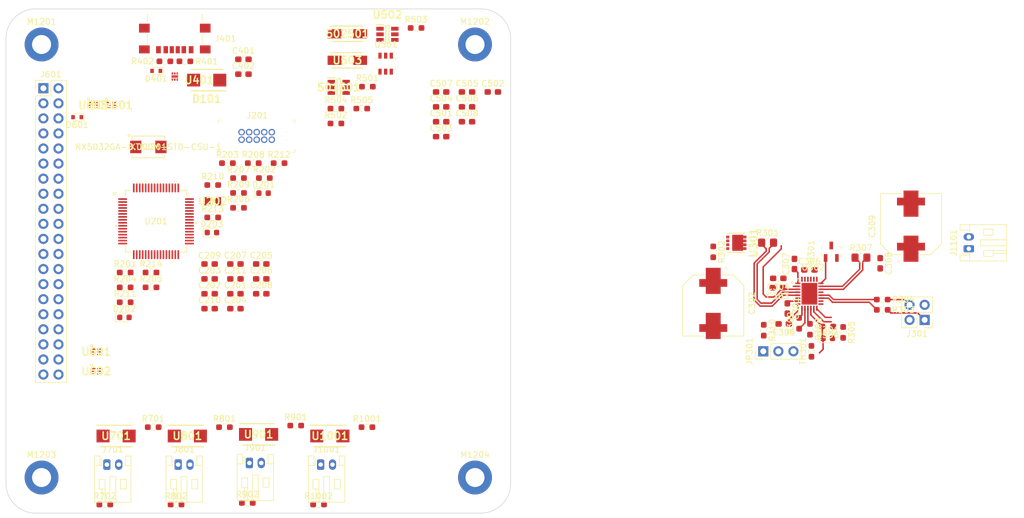
<source format=kicad_pcb>
(kicad_pcb (version 20211014) (generator pcbnew)
  (layers (0 "F.Cu" signal) (1 "In1.Cu" power "GND1.Cu") (2 "In2.Cu" power "GND2.Cu") (31 "B.Cu" signal) (34 "B.Paste" user) (35 "F.Paste" user) (36 "B.SilkS" user "B.Silkscreen") (37 "F.SilkS" user "F.Silkscreen") (38 "B.Mask" user) (39 "F.Mask" user) (44 "Edge.Cuts" user))
  (net 0 "")
  (net 1 "+5V")
  (net 2 "/USB Power/USB_VBUS")
  (net 3 "+3.3V")
  (net 4 "GND")
  (net 6 "Net-(C503-Pad1)")
  (net 7 "Net-(R502-Pad2)")
  (net 8 "/MPPT DC-DC/VOUT")
  (net 9 "Net-(C503-Pad2)")
  (net 10 "/Board Connector/3.3V_PIN")
  (net 11 "/GPIO_0")
  (net 12 "/GPIO_5")
  (net 13 "/SPI_MOSI")
  (net 14 "/MPPT DC-DC/VIN")
  (net 15 "/Solar_Connector/SOLAR-")
  (net 16 "/Battery_Connector/VBAT")
  (net 17 "/STM32 MCU/LED_R")
  (net 18 "Net-(D201-Pad2)")
  (net 19 "/STM32 MCU/LED_G")
  (net 20 "Net-(D202-Pad2)")
  (net 21 "/STM32 MCU/LED_YL")
  (net 22 "Net-(D203-Pad2)")
  (net 23 "/ALERT_MPPT")
  (net 24 "Net-(D301-Pad2)")
  (net 25 "Net-(J201-Pad2)")
  (net 26 "Net-(J201-Pad4)")
  (net 27 "Net-(J201-Pad6)")
  (net 29 "Net-(J201-Pad8)")
  (net 30 "Net-(J201-Pad10)")
  (net 31 "Net-(J301-Pad1)")
  (net 32 "Net-(C305-Pad1)")
  (net 33 "Net-(C304-Pad1)")
  (net 34 "Net-(J301-Pad4)")
  (net 35 "/PWM_3")
  (net 36 "/PWM_4")
  (net 37 "/SCL_CONN")
  (net 38 "/SDA_CONN")
  (net 39 "/SPI_MISO")
  (net 40 "/SERIAL1_TX")
  (net 41 "/SPI_SCK")
  (net 42 "/SERIAL1_RX")
  (net 43 "/SERIAL_RX")
  (net 44 "/PWM_1")
  (net 45 "/SERIAL_TX")
  (net 46 "/PWM_2")
  (net 47 "/Solar_Connector1/SOLAR-")
  (net 48 "/Solar_Connector2/SOLAR-")
  (net 49 "Net-(JP301-Pad1)")
  (net 50 "Net-(JP301-Pad2)")
  (net 51 "Net-(JP301-Pad3)")
  (net 52 "Net-(L301-Pad2)")
  (net 53 "Net-(Q301-Pad1)")
  (net 54 "/SCL_MPPT")
  (net 55 "/SDA_MPPT")
  (net 56 "/STM32 MCU/BOOT0")
  (net 57 "/STM32 MCU/HSE_OUT")
  (net 58 "Net-(C211-Pad1)")
  (net 59 "/STM32 MCU/NRST")
  (net 60 "/STM32 MCU/JTCK")
  (net 61 "/STM32 MCU/JTMS")
  (net 62 "/STM32 MCU/JTDO")
  (net 63 "/STM32 MCU/JTDI")
  (net 64 "Net-(R301-Pad1)")
  (net 65 "Net-(C302-Pad1)")
  (net 66 "Net-(R303-Pad2)")
  (net 67 "Net-(R304-Pad2)")
  (net 68 "Net-(R308-Pad1)")
  (net 69 "Net-(R309-Pad2)")
  (net 70 "Net-(R501-Pad2)")
  (net 71 "Net-(R504-Pad2)")
  (net 72 "/STM32 MCU/ADC1")
  (net 73 "/STM32 MCU/ADC2")
  (net 74 "/STM32 MCU/ADC3")
  (net 75 "/STM32 MCU/ADC4")
  (net 79 "/STM32 MCU/HSE_IN")
  (net 80 "+3.3VA")
  (net 96 "/3V3_ENABLE")
  (net 97 "/5V0_ENABLE")
  (net 98 "Net-(U301-Pad4)")
  (net 99 "Net-(C307-Pad1)")
  (net 100 "Net-(C307-Pad2)")
  (net 101 "Net-(C507-Pad1)")
  (net 102 "Net-(C507-Pad2)")
  (net 103 "Net-(J401-PadA5)")
  (net 104 "Net-(J401-PadB5)")
  (footprint "Capacitor_SMD:C_0603_1608Metric_Pad1.08x0.95mm_HandSolder" (layer "F.Cu") (at 186.715 79.375)
    (fp_text reference "C508")
    (fp_text value "22uF")
  )
  (footprint "Resistor_SMD:R_0603_1608Metric_Pad0.98x0.95mm_HandSolder" (layer "F.Cu") (at 129.145 104.785)
    (fp_text reference "R201")
    (fp_text value "4.7k")
  )
  (footprint "Capacitor_SMD:C_0603_1608Metric_Pad1.08x0.95mm_HandSolder" (layer "F.Cu") (at 240.065 113.455 180)
    (fp_text reference "C305")
    (fp_text value "1uF")
  )
  (footprint "B230A-13-F:DIOM5226X230N" (layer "F.Cu") (at 166.5643 64.5443)
    (fp_text reference "502501")
    (fp_text value "B230A-13-F" hide)
  )
  (footprint "Resistor_SMD:R_0603_1608Metric_Pad0.98x0.95mm_HandSolder" (layer "F.Cu") (at 244.4775 114.355 -90)
    (fp_text reference "R308")
    (fp_text value "63.4k")
  )
  (footprint "Capacitor_SMD:C_0603_1608Metric_Pad1.08x0.95mm_HandSolder" (layer "F.Cu") (at 240.665 110.855 -90)
    (fp_text reference "C301")
    (fp_text value "0.1uF")
  )
  (footprint "Capacitor_SMD:C_0603_1608Metric_Pad1.08x0.95mm_HandSolder" (layer "F.Cu") (at 147.715 108.375)
    (fp_text reference "C201")
    (fp_text value "4.7uF")
  )
  (footprint "Resistor_SMD:R_0603_1608Metric_Pad0.98x0.95mm_HandSolder" (layer "F.Cu") (at 256.6525 109.355 180)
    (fp_text reference "R304")
    (fp_text value "100k")
  )
  (footprint "PESD3V3L4BHCYL:SON45P80X130X43-6N" (layer "F.Cu") (at 124.2643 118.1743)
    (fp_text reference "U601")
    (fp_text value "PESD3V3L4BHCYL" hide)
  )
  (footprint "RT8258GE:SOT94P279X130-6N" (layer "F.Cu") (at 165.1143 73.5743)
    (fp_text reference "501501")
    (fp_text value "RT8258GE" hide)
  )
  (footprint "Capacitor_SMD:C_0603_1608Metric_Pad1.08x0.95mm_HandSolder" (layer "F.Cu") (at 152.065 105.865)
    (fp_text reference "C206")
    (fp_text value "100nF")
  )
  (footprint "Resistor_SMD:R_0603_1608Metric_Pad0.98x0.95mm_HandSolder" (layer "F.Cu") (at 133.865 130.865)
    (fp_text reference "R701")
    (fp_text value "100k")
  )
  (footprint "LED_SMD:LED_0603_1608Metric" (layer "F.Cu") (at 152.455 91.415)
    (fp_text reference "D201")
    (fp_text value "LED_R")
  )
  (footprint "Capacitor_SMD:C_0603_1608Metric_Pad1.08x0.95mm_HandSolder" (layer "F.Cu") (at 143.365 105.865)
    (fp_text reference "C203")
    (fp_text value "100nF")
  )
  (footprint "Connector_JST:JST_PH_S2B-PH-K_1x02_P2.00mm_Horizontal" (layer "F.Cu") (at 150.065 136.905)
    (fp_text reference "J901")
    (fp_text value "Conn_01x02")
  )
  (footprint "Diode_SMD:D_SOD-523" (layer "F.Cu") (at 134.365 70.805 180)
    (fp_text reference "D401")
    (fp_text value "PESD5V0S1BB_115")
  )
  (footprint "Capacitor_SMD:C_0603_1608Metric_Pad1.08x0.95mm_HandSolder" (layer "F.Cu") (at 244.382 104.355)
    (fp_text reference "C306")
    (fp_text value "10uF")
  )
  (footprint "Resistor_SMD:R_0603_1608Metric_Pad0.98x0.95mm_HandSolder" (layer "F.Cu") (at 155.065 86.355)
    (fp_text reference "R212")
    (fp_text value "22")
  )
  (footprint "Resistor_SMD:R_0603_1608Metric_Pad0.98x0.95mm_HandSolder" (layer "F.Cu") (at 169.865 130.865)
    (fp_text reference "R1001")
    (fp_text value "100k")
  )
  (footprint "Resistor_SMD:R_0603_1608Metric_Pad0.98x0.95mm_HandSolder" (layer "F.Cu") (at 150.715 86.355)
    (fp_text reference "R208")
    (fp_text value "10k")
  )
  (footprint "Diode_SMD:D_SOD-523" (layer "F.Cu") (at 121.065 78.605 180)
    (fp_text reference "D601")
    (fp_text value "PESD5V0S1BB_115")
  )
  (footprint "digikey-footprints:PinHeader_2x5_P1.27mm_Drill.7mm" (layer "F.Cu") (at 148.755 82.405)
    (fp_text reference "J201")
    (fp_text value "Conn_ARM_JTAG_SWD_10")
  )
  (footprint "Resistor_SMD:R_0805_2012Metric_Pad1.20x1.40mm_HandSolder" (layer "F.Cu") (at 253.065 102.287)
    (fp_text reference "R307")
    (fp_text value "10m")
  )
  (footprint "PESD3V3L4BHCYL:SON45P80X130X43-6N" (layer "F.Cu") (at 124.2643 121.4443)
    (fp_text reference "U602")
    (fp_text value "PESD3V3L4BHCYL" hide)
  )
  (footprint "Connector_USB:USB_C_Receptacle_GCT_USB4135-GF-A_6P_TopMnt_Horizontal" (layer "F.Cu") (at 137.4993 64.1993 180)
    (fp_text reference "J401")
    (fp_text value "USB_C_Receptacle_PowerOnly_6P")
  )
  (footprint "digikey-footprints:SOT-23-3" (layer "F.Cu") (at 248.065 101.287 90)
    (fp_text reference "Q301")
    (fp_text value "2N7002")
  )
  (footprint "Resistor_SMD:R_0603_1608Metric_Pad0.98x0.95mm_HandSolder" (layer "F.Cu") (at 247.4775 113.89 180)
    (fp_text reference "R306")
    (fp_text value "100k")
  )
  (footprint "PESD3V3L4BHCYL:SON45P80X130X43-6N" (layer "F.Cu") (at 126.8043 76.5893)
    (fp_text reference "602601")
    (fp_text value "PESD3V3L4BHCYL" hide)
  )
  (footprint "Resistor_SMD:R_0603_1608Metric_Pad0.98x0.95mm_HandSolder" (layer "F.Cu") (at 161.715 143.905)
    (fp_text reference "R1002")
    (fp_text value "100k")
  )
  (footprint "NCP176AMX330TCG:NCP176AMX330TCG" (layer "F.Cu") (at 137.5092 71.755)
    (fp_text reference "U401")
    (fp_text value "NCP176AMX330TCG" hide)
  )
  (footprint "Resistor_SMD:R_0805_2012Metric_Pad1.20x1.40mm_HandSolder" (layer "F.Cu") (at 237.3376 99.7616)
    (fp_text reference "R301")
    (fp_text value "10m")
  )
  (footprint "Resistor_SMD:R_0603_1608Metric_Pad0.98x0.95mm_HandSolder" (layer "F.Cu") (at 133.495 104.785)
    (fp_text reference "R214")
    (fp_text value "22")
  )
  (footprint "Connector_PinHeader_2.54mm:PinHeader_2x20_P2.54mm_Vertical" (layer "F.Cu") (at 115.3693 73.7293)
    (fp_text reference "J601")
    (fp_text value "Conn_02x20_Odd_Even")
  )
  (footprint "Resistor_SMD:R_0603_1608Metric_Pad0.98x0.95mm_HandSolder" (layer "F.Cu") (at 242.6525 113.355 90)
    (fp_text reference "R309")
    (fp_text value "10k")
  )
  (footprint "MountingHole:MountingHole_3.2mm_M3_ISO7380_Pad" (layer "F.Cu") (at 115.065 139.355)
    (fp_text reference "M1203")
    (fp_text value "MountingHole_Pad")
  )
  (footprint "LTC4162EUFD-L41_PBF:QFN50P500X400X80-29N" (layer "F.Cu") (at 244.382 108.371)
    (fp_text reference "U302")
    (fp_text value "LTC4162EUFD-L41#PBF")
  )
  (footprint "Capacitor_SMD:C_0603_1608Metric_Pad1.08x0.95mm_HandSolder" (layer "F.Cu") (at 239.065 107.355 180)
    (fp_text reference "C303")
    (fp_text value "0.1uF")
  )
  (footprint "Resistor_SMD:R_0603_1608Metric_Pad0.98x0.95mm_HandSolder" (layer "F.Cu") (at 139.2 69.19)
    (fp_text reference "R401")
    (fp_text value "5.1k")
  )
  (footprint "Resistor_SMD:R_0603_1608Metric_Pad0.98x0.95mm_HandSolder" (layer "F.Cu") (at 143.885 95.505)
    (fp_text reference "R213")
    (fp_text value "22")
  )
  (footprint "Resistor_SMD:R_0603_1608Metric_Pad0.98x0.95mm_HandSolder" (layer "F.Cu") (at 250.065 114.89 -90)
    (fp_text reference "R305")
    (fp_text value "1.2k")
  )
  (footprint "Capacitor_SMD:C_0603_1608Metric_Pad1.08x0.95mm_HandSolder" (layer "F.Cu") (at 186.715 76.865)
    (fp_text reference "C506")
    (fp_text value "10uF")
  )
  (footprint "Resistor_SMD:R_0603_1608Metric_Pad0.98x0.95mm_HandSolder" (layer "F.Cu") (at 169.9393 73.4643)
    (fp_text reference "R501")
    (fp_text value "10k")
  )
  (footprint "Connector_PinHeader_2.54mm:PinHeader_2x02_P2.54mm_Vertical" (layer "F.Cu") (at 263.794 112.781 180)
    (fp_text reference "J301")
    (fp_text value "Conn_02x02_Counter_Clockwise")
  )
  (footprint "Capacitor_SMD:C_0603_1608Metric_Pad1.08x0.95mm_HandSolder" (layer "F.Cu") (at 143.365 110.885)
    (fp_text reference "C210")
    (fp_text value "6pF")
  )
  (footprint "Resistor_SMD:R_0603_1608Metric_Pad0.98x0.95mm_HandSolder" (layer "F.Cu") (at 129.145 109.805)
    (fp_text reference "R211")
    (fp_text value "22")
  )
  (footprint "Resistor_SMD:R_0603_1608Metric_Pad0.98x0.95mm_HandSolder" (layer "F.Cu") (at 168.9893 77.1543)
    (fp_text reference "R505")
    (fp_text value "17.4k")
  )
  (footprint "Capacitor_SMD:C_0603_1608Metric_Pad1.08x0.95mm_HandSolder" (layer "F.Cu") (at 186.715 74.355)
    (fp_text reference "C505")
    (fp_text value "100nF")
  )
  (footprint "Capacitor_SMD:C_0603_1608Metric_Pad1.08x0.95mm_HandSolder" (layer "F.Cu") (at 149.065 71.355)
    (fp_text reference "C402")
    (fp_text value "1uF")
  )
  (footprint "Resistor_SMD:R_0603_1608Metric_Pad0.98x0.95mm_HandSolder" (layer "F.Cu") (at 152.585 88.865)
    (fp_text reference "R202")
    (fp_text value "4.7k")
  )
  (footprint "LSM115JE3_TR13:DIOM5436X330N" (layer "F.Cu") (at 142.875 72.355 180)
    (fp_text reference "D101")
    (fp_text value "LSM115JE3_TR13" hide)
  )
  (footprint "Resistor_SMD:R_0603_1608Metric_Pad0.98x0.95mm_HandSolder" (layer "F.Cu") (at 236.6965 114.519 -90)
    (fp_text reference "R310")
    (fp_text value "10k")
  )
  (footprint "Capacitor_SMD:C_0603_1608Metric_Pad1.08x0.95mm_HandSolder" (layer "F.Cu") (at 182.365 74.355)
    (fp_text reference "C507")
    (fp_text value "10nF")
  )
  (footprint "Capacitor_SMD:C_0603_1608Metric_Pad1.08x0.95mm_HandSolder" (layer "F.Cu") (at 239.141 105.775 180)
    (fp_text reference "C304")
    (fp_text value "4.7uF")
  )
  (footprint "RT8258GE:SOT94P279X130-6N" (layer "F.Cu") (at 173.3143 64.6343)
    (fp_text reference "U502")
    (fp_text value "RT8258GE" hide)
  )
  (footprint "Capacitor_SMD:C_0603_1608Metric_Pad1.08x0.95mm_HandSolder" (layer "F.Cu") (at 147.715 105.865)
    (fp_text reference "C211")
    (fp_text value "6pF")
  )
  (footprint "Resistor_SMD:R_0603_1608Metric_Pad0.98x0.95mm_HandSolder" (layer "F.Cu") (at 145.865 130.865)
    (fp_text reference "R801")
    (fp_text value "100k")
  )
  (footprint "Resistor_SMD:R_0603_1608Metric_Pad0.98x0.95mm_HandSolder" (layer "F.Cu") (at 256.6525 111.085 180)
    (fp_text reference "R303")
    (fp_text value "100k")
  )
  (footprint "Capacitor_SMD:C_0603_1608Metric_Pad1.08x0.95mm_HandSolder" (layer "F.Cu") (at 191.065 74.355)
    (fp_text reference "C502")
    (fp_text value "10uF")
  )
  (footprint "LSM115JE3_TR13:DIOM5436X330N" (layer "F.Cu") (at 139.615 132.355)
    (fp_text reference "U801")
    (fp_text value "LSM115JE3_TR13" hide)
  )
  (footprint "LSM115JE3_TR13:DIOM5436X330N" (layer "F.Cu") (at 151.615 132.085)
    (fp_text reference "U901")
    (fp_text value "LSM115JE3_TR13" hide)
  )
  (footprint "EEHZS1H151V:CAP_EEHZS1H151V" (layer "F.Cu") (at 228.1865 110.3515 -90)
    (fp_text reference "C302")
    (fp_text value "150uF")
  )
  (footprint "Capacitor_SMD:C_0603_1608Metric_Pad1.08x0.95mm_HandSolder" (layer "F.Cu") (at 182.365 76.865)
    (fp_text reference "C504")
    (fp_text value "22uF")
  )
  (footprint "Resistor_SMD:R_0603_1608Metric_Pad0.98x0.95mm_HandSolder" (layer "F.Cu") (at 125.715 143.905)
    (fp_text reference "R702")
    (fp_text value "100k")
  )
  (footprint "LED_SMD:LED_0603_1608Metric" (layer "F.Cu") (at 129.015 112.355)
    (fp_text reference "D202")
    (fp_text value "LED_G")
  )
  (footprint "Connector_JST:JST_PH_S2B-PH-K_1x02_P2.00mm_Horizontal" (layer "F.Cu") (at 162.065 137.175)
    (fp_text reference "J1001")
    (fp_text value "Conn_01x02")
  )
  (footprint "Resistor_SMD:R_0603_1608Metric_Pad0.98x0.95mm_HandSolder" (layer "F.Cu") (at 146.365 86.355)
    (fp_text reference "R203")
    (fp_text value "4.7k")
  )
  (footprint "Resistor_SMD:R_0603_1608Metric_Pad0.98x0.95mm_HandSolder" (layer "F.Cu") (at 133.495 107.295)
    (fp_text reference "R205")
    (fp_text value "130")
  )
  (footprint "Connector_JST:JST_PH_S2B-PH-K_1x02_P2.00mm_Horizontal" (layer "F.Cu") (at 271.235 100.787 90)
    (fp_text reference "J1101")
    (fp_text value "Conn_01x02")
  )
  (footprint "Resistor_SMD:R_0603_1608Metric_Pad0.98x0.95mm_HandSolder" (layer "F.Cu") (at 178.1393 63.5643)
    (fp_text reference "R503")
    (fp_text value "32.4k")
  )
  (footprint "Resistor_SMD:R_0603_1608Metric_Pad0.98x0.95mm_HandSolder" (layer "F.Cu") (at 143.885 90.045)
    (fp_text reference "R210")
    (fp_text value "22")
  )
  (footprint "Capacitor_SMD:C_0603_1608Metric_Pad1.08x0.95mm_HandSolder" (layer "F.Cu") (at 147.715 103.355)
    (fp_text reference "C207")
    (fp_text value "1uF")
  )
  (footprint "Capacitor_SMD:C_0603_1608Metric_Pad1.08x0.95mm_HandSolder" (layer "F.Cu") (at 241.865 103.355 90)
    (fp_text reference "C307")
    (fp_text value "22nF")
  )
  (footprint "Resistor_SMD:R_0603_1608Metric_Pad0.98x0.95mm_HandSolder" (layer "F.Cu") (at 148.235 91.375)
    (fp_text reference "R209")
    (fp_text value "3.3k")
  )
  (footprint "B230A-13-F:DIOM5226X230N" (layer "F.Cu") (at 166.5643 69.0143)
    (fp_text reference "U503")
    (fp_text value "B230A-13-F" hide)
  )
  (footprint "LSM115JE3_TR13:DIOM5436X330N" (layer "F.Cu") (at 163.615 132.355)
    (fp_text reference "U1001")
    (fp_text value "LSM115JE3_TR13" hide)
  )
  (footprint "footprints:NX5032GA-8.000M-STD-CSU-1" (layer "F.Cu") (at 133.0445 83.6228)
    (fp_text reference "XTAL201")
    (fp_text value "NX5032GA-8.000M-STD-CSU-1")
  )
  (footprint "Capacitor_SMD:C_0603_1608Metric_Pad1.08x0.95mm_HandSolder" (layer "F.Cu") (at 143.365 108.375)
    (fp_text reference "C202")
    (fp_text value "100nF")
  )
  (footprint "Resistor_SMD:R_0603_1608Metric_Pad0.98x0.95mm_HandSolder" (layer "F.Cu") (at 157.865 130.595)
    (fp_text reference "R901")
    (fp_text value "100k")
  )
  (footprint "Resistor_SMD:R_0603_1608Metric_Pad0.98x0.95mm_HandSolder" (layer "F.Cu") (at 148.235 93.885)
    (fp_text reference "R206")
    (fp_text value "130")
  )
  (footprint "EEHZS1H151V:CAP_EEHZS1H151V" (layer "F.Cu") (at 261.493 96.631 90)
    (fp_text reference "C309")
    (fp_text value "150uF")
  )
  (footprint "MountingHole:MountingHole_3.2mm_M3_ISO7380_Pad" (layer "F.Cu") (at 188.065 66.355)
    (fp_text reference "M1202")
    (fp_text value "MountingHole_Pad")
  )
  (footprint "PESD3V3L4BHCYL:SON45P80X130X43-6N" (layer "F.Cu") (at 123.7543 76.5893)
    (fp_text reference "U603")
    (fp_text value "PESD3V3L4BHCYL" hide)
  )
  (footprint "Resistor_SMD:R_0603_1608Metric_Pad0.98x0.95mm_HandSolder" (layer "F.Cu") (at 135.83 69.19 180)
    (fp_text reference "R402")
    (fp_text value "5.1k")
  )
  (footprint "Capacitor_SMD:C_0603_1608Metric_Pad1.08x0.95mm_HandSolder" (layer "F.Cu") (at 149.065 68.845)
    (fp_text reference "C401")
    (fp_text value "1uF")
  )
  (footprint "Capacitor_SMD:C_0603_1608Metric_Pad1.08x0.95mm_HandSolder" (layer "F.Cu") (at 147.715 110.885)
    (fp_text reference "C204")
    (fp_text value "100nF")
  )
  (footprint "Capacitor_SMD:C_0603_1608Metric_Pad1.08x0.95mm_HandSolder" (layer "F.Cu") (at 256.305 103.235 -90)
    (fp_text reference "C308")
    (fp_text value "10uF")
  )
  (footprint "digikey-footprints:SOT-23-6" (layer "F.Cu") (at 173.0143 69.5843)
    (fp_text reference "U501")
    (fp_text value "TPS27081ADDCR")
  )
  (footprint "Capacitor_SMD:C_0603_1608Metric_Pad1.08x0.95mm_HandSolder" (layer "F.Cu") (at 182.365 79.375)
    (fp_text reference "C501")
    (fp_text value "1uF")
  )
  (footprint "Resistor_SMD:R_0603_1608Metric_Pad0.98x0.95mm_HandSolder" (layer "F.Cu") (at 129.145 107.295)
    (fp_text reference "R204")
    (fp_text value "4.7k")
  )
  (footprint "MountingHole:MountingHole_3.2mm_M3_ISO7380_Pad" (layer "F.Cu") (at 115.065 66.355)
    (fp_text reference "M1201")
    (fp_text value "MountingHole_Pad")
  )
  (footprint "Resistor_SMD:R_0603_1608Metric_Pad0.98x0.95mm_HandSolder" (layer "F.Cu") (at 228.1865 101.311 -90)
    (fp_text reference "R302")
    (fp_text value "2.5")
  )
  (footprint "Connector_PinHeader_2.54mm:PinHeader_1x03_P2.54mm_Vertical" (layer "F.Cu") (at 236.616 118.075 90)
    (fp_text reference "JP301")
    (fp_text value "Jumper_3_Open")
  )
  (footprint "LED_SMD:LED_0603_1608Metric" (layer "F.Cu") (at 247.4775 115.89)
    (fp_text reference "D301")
    (fp_text value "LED (YL)")
  )
  (footprint "MountingHole:MountingHole_3.2mm_M3_ISO7380_Pad" (layer "F.Cu") (at 188.065 139.355)
    (fp_text reference "M1204")
    (fp_text value "MountingHole_Pad")
  )
  (footprint "HZ0805E601R-10:BEADC2012X90N" (layer "F.Cu") (at 143.885 92.775)
    (fp_text reference "U202")
    (fp_text value "HZ0805E601R-10" hide)
  )
  (footprint "STM32L431RCT:LQFP-64" (layer "F.Cu") (at 134.3407 96.1607)
    (fp_text reference "U201")
    (fp_text value "STM32L431RCT")
  )
  (footprint "Resistor_SMD:R_0603_1608Metric_Pad0.98x0.95mm_HandSolder" (layer "F.Cu") (at 137.715 143.905)
    (fp_text reference "R802")
    (fp_text value "100k")
  )
  (footprint "Capacitor_SMD:C_0603_1608Metric_Pad1.08x0.95mm_HandSolder" (layer "F.Cu") (at 152.065 108.375)
    (fp_text reference "C208")
    (fp_text value "10nF")
  )
  (footprint "Capacitor_SMD:C_0603_1608Metric_Pad1.08x0.95mm_HandSolder" (layer "F.Cu") (at 152.065 103.355)
    (fp_text reference "C205")
    (fp_text value "100nF")
  )
  (footprint "Capacitor_SMD:C_0603_1608Metric_Pad1.08x0.95mm_HandSolder" (layer "F.Cu") (at 143.365 103.355)
    (fp_text reference "C209")
    (fp_text value "0.1uF")
  )
  (footprint "Connector_JST:JST_PH_S2B-PH-K_1x02_P2.00mm_Horizontal" (layer "F.Cu") (at 138.065 137.175)
    (fp_text reference "J801")
    (fp_text value "Conn_01x02")
  )
  (footprint "Connector_JST:JST_PH_S2B-PH-K_1x02_P2.00mm_Horizontal" (layer "F.Cu") (at 126.065 137.175)
    (fp_text reference "J701")
    (fp_text value "Conn_01x02")
  )
  (footprint "Resistor_SMD:R_0603_1608Metric_Pad0.98x0.95mm_HandSolder" (layer "F.Cu") (at 164.6393 77.1543)
    (fp_text reference "R504")
    (fp_text value "91k")
  )
  (footprint "Resistor_SMD:R_0603_1608Metric_Pad0.98x0.95mm_HandSolder" (layer "F.Cu") (at 164.6393 79.6643)
    (fp_text reference "R502")
    (fp_text value "100k")
  )
  (footprint "Resistor_SMD:R_0603_1608Metric_Pad0.98x0.95mm_HandSolder" (layer "F.Cu") (at 244.729 118.075 90)
    (fp_text reference "TH301")
    (fp_text value "10k")
  )
  (footprint "RQ3G100GNTB:RQ3G100GNTB" (layer "F.Cu") (at 232.065 99.787 -90)
    (fp_text reference "U301")
    (fp_text value "RQ3G100GNTB" hide)
  )
  (footprint "Resistor_SMD:R_0603_1608Metric_Pad0.98x0.95mm_HandSolder" (layer "F.Cu") (at 149.715 143.635)
    (fp_text reference "R902")
    (fp_text value "100k")
  )
  (footprint "LED_SMD:LED_0603_1608Metric" (layer "F.Cu") (at 143.755 98.055)
    (fp_text reference "D203")
    (fp_text value "LED_B")
  )
  (footprint "LSM115JE3_TR13:DIOM5436X330N" (layer "F.Cu") (at 127.615 132.355)
    (fp_text reference "U701")
    (fp_text value "LSM115JE3_TR13" hide)
  )
  (footprint "Capacitor_SMD:C_0603_1608Metric_Pad1.08x0.95mm_HandSolder" (layer "F.Cu") (at 182.365 81.885)
    (fp_text reference "C503")
    (fp_text value "10nF")
  )
  (footprint "Resistor_SMD:R_0603_1608Metric_Pad0.98x0.95mm_HandSolder" (layer "F.Cu") (at 148.235 88.865)
    (fp_text reference "R207")
    (fp_text value "120")
  )
  (gr_arc (start 109.065 65.355) (mid 110.529466 61.819466) (end 114.065 60.355) (layer "Edge.Cuts") (width 0.1))
  (gr_arc (start 114.065 145.355) (mid 110.529466 143.890534) (end 109.065 140.355) (layer "Edge.Cuts") (width 0.1))
  (gr_arc (start 194.065 140.355) (mid 192.600534 143.890534) (end 189.065 145.355) (layer "Edge.Cuts") (width 0.1))
  (gr_line (start 194.065 65.355) (end 194.065 140.355) (layer "Edge.Cuts") (width 0.1))
  (gr_line (start 114.065 60.355) (end 189.065 60.355) (layer "Edge.Cuts") (width 0.1))
  (gr_line (start 109.065 140.355) (end 109.065 65.355) (layer "Edge.Cuts") (width 0.1))
  (gr_line (start 189.065 145.355) (end 114.065 145.355) (layer "Edge.Cuts") (width 0.1))
  (gr_arc (start 189.065 60.355) (mid 192.600534 61.819466) (end 194.065 65.355) (layer "Edge.Cuts") (width 0.1))
  (segment (start 236.601 103.851) (end 239.649 100.803) (width 0.25) (layer "F.Cu") (net 8))
  (segment (start 239.822604 108.121) (end 237.996604 109.947) (width 0.25) (layer "F.Cu") (net 8))
  (segment (start 238.3515 108.931) (end 237.109 108.931) (width 0.25) (layer "F.Cu") (net 8))
  (segment (start 242.447 107.621) (end 240.1935 107.621) (width 0.25) (layer "F.Cu") (net 8))
  (segment (start 243.565 104.3095) (end 243.5195 104.355) (width 0.25) (layer "F.Cu") (net 8))
  (segment (start 237.617 101.311) (end 237.617 100.735) (width 0.25) (layer "F.Cu") (net 8))
  (segment (start 242.447 108.121) (end 239.822604 108.121) (width 0.25) (layer "F.Cu") (net 8))
  (segment (start 237.109 108.931) (end 236.601 108.423) (width 0.25) (layer "F.Cu") (net 8))
  (segment (start 237.996604 109.947) (end 236.221396 109.947) (width 0.25) (layer "F.Cu") (net 8))
  (segment (start 236.601 108.423) (end 236.601 103.851) (width 0.25) (layer "F.Cu") (net 8))
  (segment (start 235.585 109.310604) (end 235.585 103.343) (width 0.25) (layer "F.Cu") (net 8))
  (segment (start 239.9275 107.355) (end 238.3515 108.931) (width 0.25) (layer "F.Cu") (net 8))
  (segment (start 240.1935 107.621) (end 239.9275 107.355) (width 0.25) (layer "F.Cu") (net 8))
  (segment (start 239.649 100.803) (end 239.649 100.295) (width 0.25) (layer "F.Cu") (net 8))
  (segment (start 242.447 108.121) (end 242.413 108.155) (width 0.25) (layer "F.Cu") (net 8))
  (segment (start 236.093 102.835) (end 237.617 101.311) (width 0.25) (layer "F.Cu") (net 8))
  (segment (start 236.221396 109.947) (end 235.585 109.310604) (width 0.25) (layer "F.Cu") (net 8))
  (segment (start 237.617 100.735) (end 238.565 99.787) (width 0.25) (layer "F.Cu") (net 8))
  (segment (start 235.585 103.343) (end 236.093 102.835) (width 0.25) (layer "F.Cu") (net 8))
  (segment (start 241.0365 109.621) (end 240.665 109.9925) (width 0.25) (layer "F.Cu") (net 14))
  (segment (start 242.447 109.621) (end 241.0365 109.621) (width 0.25) (layer "F.Cu") (net 14))
  (segment (start 253.365 104.359) (end 253.365 102.987) (width 0.25) (layer "F.Cu") (net 16))
  (segment (start 253.365 102.987) (end 254.065 102.287) (width 0.25) (layer "F.Cu") (net 16))
  (segment (start 246.317 107.621) (end 250.103 107.621) (width 0.25) (layer "F.Cu") (net 16))
  (segment (start 250.103 107.621) (end 253.365 104.359) (width 0.25) (layer "F.Cu") (net 16))
  (segment (start 246.69 115.89) (end 246.69 117.73) (width 0.25) (layer "F.Cu") (net 23))
  (segment (start 246.565 113.89) (end 246.565 115.765) (width 0.25) (layer "F.Cu") (net 23))
  (segment (start 244.632 110.806) (end 244.632 111.957) (width 0.25) (layer "F.Cu") (net 23))
  (segment (start 246.69 117.73) (end 246.065 118.355) (width 0.25) (layer "F.Cu") (net 23))
  (segment (start 246.565 115.765) (end 246.69 115.89) (width 0.25) (layer "F.Cu") (net 23))
  (segment (start 244.632 111.957) (end 246.565 113.89) (width 0.25) (layer "F.Cu") (net 23))
  (segment (start 262.619 111.606) (end 263.794 112.781) (width 0.25) (layer "F.Cu") (net 31))
  (segment (start 257.565 111.085) (end 258.086 111.606) (width 0.25) (layer "F.Cu") (net 31))
  (segment (start 258.086 111.606) (end 262.619 111.606) (width 0.25) (layer "F.Cu") (net 31))
  (segment (start 242.447 110.121) (end 242.447 111.268495) (width 0.25) (layer "F.Cu") (net 32))
  (segment (start 240.9275 112.787995) (end 240.9275 113.455) (width 0.25) (layer "F.Cu") (net 32))
  (segment (start 242.447 111.268495) (end 240.9275 112.787995) (width 0.25) (layer "F.Cu") (net 32))
  (segment (start 242.447 107.121) (end 241.6935 107.121) (width 0.25) (layer "F.Cu") (net 33))
  (segment (start 260.368 109.355) (end 261.254 110.241) (width 0.25) (layer "F.Cu") (net 34))
  (segment (start 257.565 109.355) (end 260.368 109.355) (width 0.25) (layer "F.Cu") (net 34))
  (segment (start 243.632 113.288) (end 242.6525 114.2675) (width 0.25) (layer "F.Cu") (net 50))
  (segment (start 243.632 110.806) (end 243.632 113.288) (width 0.25) (layer "F.Cu") (net 50))
  (segment (start 249.966604 107.121) (end 252.857 104.230604) (width 0.25) (layer "F.Cu") (net 52))
  (segment (start 252.857 103.079) (end 252.065 102.287) (width 0.25) (layer "F.Cu") (net 52))
  (segment (start 252.857 104.230604) (end 252.857 103.079) (width 0.25) (layer "F.Cu") (net 52))
  (segment (start 246.317 107.121) (end 249.966604 107.121) (width 0.25) (layer "F.Cu") (net 52))
  (segment (start 247.115 105.823) (end 247.115 102.337) (width 0.25) (layer "F.Cu") (net 53))
  (segment (start 246.317 106.621) (end 247.115 105.823) (width 0.25) (layer "F.Cu") (net 53))
  (segment (start 245.132 110.806) (end 245.132 111.422) (width 0.25) (layer "F.Cu") (net 54))
  (segment (start 245.132 111.422) (end 246.8 113.09) (width 0.25) (layer "F.Cu") (net 54))
  (segment (start 246.8 113.09) (end 248.065 113.09) (width 0.25) (layer "F.Cu") (net 54))
  (segment (start 247.065 112.355) (end 248.065 112.355) (width 0.25) (layer "F.Cu") (net 55))
  (segment (start 245.632 110.922) (end 247.065 112.355) (width 0.25) (layer "F.Cu") (net 55))
  (segment (start 245.632 110.806) (end 245.632 110.922) (width 0.25) (layer "F.Cu") (net 55))
  (segment (start 238.125 110.455) (end 236.093 110.455) (width 0.25) (layer "F.Cu") (net 64))
  (segment (start 237.109 101.182604) (end 237.109 100.803) (width 0.25) (layer "F.Cu") (net 64))
  (segment (start 239.959 108.621) (end 238.125 110.455) (width 0.25) (layer "F.Cu") (net 64))
  (segment (start 235.077 109.439) (end 235.077 103.214604) (width 0.25) (layer "F.Cu") (net 64))
  (segment (start 237.109 100.803) (end 236.601 100.295) (width 0.25) (layer "F.Cu") (net 64))
  (segment (start 236.093 110.455) (end 235.077 109.439) (width 0.25) (layer "F.Cu") (net 64))
  (segment (start 235.077 103.214604) (end 237.109 101.182604) (width 0.25) (layer "F.Cu") (net 64))
  (segment (start 242.447 108.621) (end 239.959 108.621) (width 0.25) (layer "F.Cu") (net 64))
  (segment (start 248.265431 109.805) (end 254.46 109.805) (width 0.25) (layer "F.Cu") (net 66))
  (segment (start 254.46 109.805) (end 255.74 111.085) (width 0.25) (layer "F.Cu") (net 66))
  (segment (start 246.317 109.121) (end 247.581431 109.121) (width 0.25) (layer "F.Cu") (net 66))
  (segment (start 247.581431 109.121) (end 248.265431 109.805) (width 0.25) (layer "F.Cu") (net 66))
  (segment (start 246.317 108.621) (end 247.717827 108.621) (width 0.25) (layer "F.Cu") (net 67))
  (segment (start 248.451827 109.355) (end 255.74 109.355) (width 0.25) (layer "F.Cu") (net 67))
  (segment (start 247.717827 108.621) (end 248.451827 109.355) (width 0.25) (layer "F.Cu") (net 67))
  (segment (start 244.132 113.097) (end 244.4775 113.4425) (width 0.25) (layer "F.Cu") (net 68))
  (segment (start 244.132 110.806) (end 244.132 113.097) (width 0.25) (layer "F.Cu") (net 68))
  (segment (start 243.132 110.806) (end 243.132 111.963) (width 0.25) (layer "F.Cu") (net 69))
  (segment (start 243.132 111.963) (end 242.6525 112.4425) (width 0.25) (layer "F.Cu") (net 69))
  (segment (start 242.447 106.621) (end 242.447 104.7995) (width 0.25) (layer "F.Cu") (net 99))
  (segment (start 242.447 104.7995) (end 241.865 104.2175) (width 0.25) (layer "F.Cu") (net 99))
)
</source>
